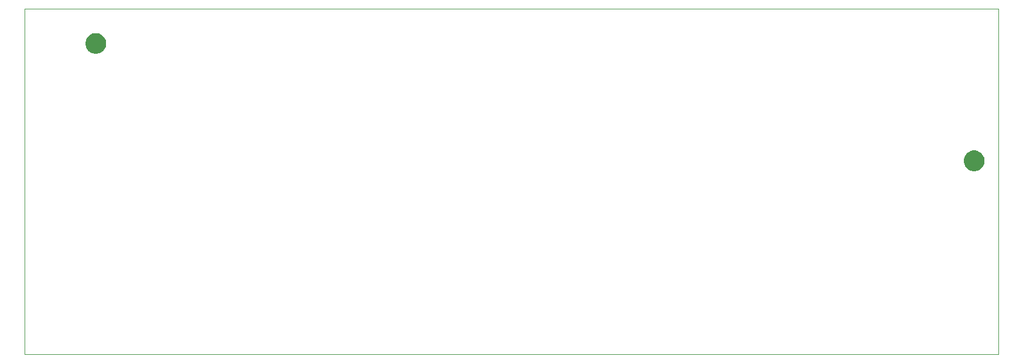
<source format=gko>
G04*
G04 #@! TF.GenerationSoftware,Altium Limited,Altium Designer,20.0.11 (256)*
G04*
G04 Layer_Color=16711935*
%FSLAX25Y25*%
%MOIN*%
G70*
G01*
G75*
%ADD129C,0.00200*%
G36*
X41093Y182844D02*
X42167Y182399D01*
X43135Y181753D01*
X43957Y180930D01*
X44603Y179963D01*
X45049Y178888D01*
X45276Y177747D01*
Y177747D01*
D01*
Y177165D01*
Y176584D01*
X45049Y175443D01*
X44603Y174368D01*
X43957Y173401D01*
X43135Y172578D01*
X42167Y171932D01*
X41093Y171487D01*
X39952Y171260D01*
X38788D01*
X37648Y171487D01*
X36573Y171932D01*
X35605Y172578D01*
X34783Y173401D01*
X34137Y174368D01*
X33691Y175443D01*
X33465Y176584D01*
Y176584D01*
Y177165D01*
Y177747D01*
D01*
Y177747D01*
X33691Y178888D01*
X34137Y179963D01*
X34783Y180930D01*
X35605Y181753D01*
X36573Y182399D01*
X37648Y182844D01*
X38788Y183071D01*
X39952D01*
X41093Y182844D01*
D02*
G37*
G36*
X541093Y115915D02*
X542167Y115470D01*
X543135Y114823D01*
X543957Y114001D01*
X544603Y113033D01*
X545049Y111959D01*
X545276Y110818D01*
Y110818D01*
D01*
Y110236D01*
Y109655D01*
X545049Y108514D01*
X544603Y107439D01*
X543957Y106472D01*
X543135Y105649D01*
X542167Y105003D01*
X541093Y104558D01*
X539952Y104331D01*
X538788D01*
X537647Y104558D01*
X536573Y105003D01*
X535605Y105649D01*
X534783Y106472D01*
X534137Y107439D01*
X533692Y108514D01*
X533465Y109655D01*
Y109655D01*
Y110236D01*
Y110818D01*
D01*
Y110818D01*
X533692Y111959D01*
X534137Y113033D01*
X534783Y114001D01*
X535605Y114823D01*
X536573Y115470D01*
X537647Y115915D01*
X538788Y116142D01*
X539952D01*
X541093Y115915D01*
D02*
G37*
D129*
X-1181Y0D02*
X553150D01*
X553150Y196850D02*
X553150Y0D01*
X-1181Y196850D02*
X553150Y196850D01*
X-1181Y196850D02*
X-1181Y0D01*
M02*

</source>
